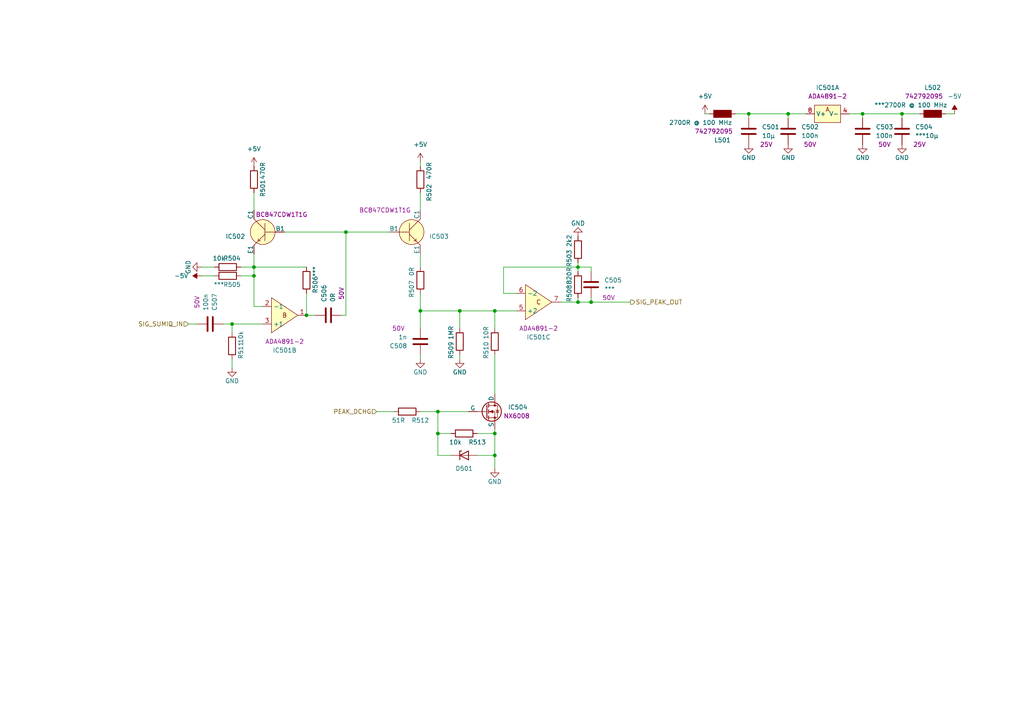
<source format=kicad_sch>
(kicad_sch (version 20231120) (generator "eeschema") (generator_version "8.0")
  (paper "A4")
  (title_block (rev "2") (company "BestSens AG"))
  (lib_symbols
    (symbol "ADA4891-2_1"
      (property "Reference" "IC" (at 0 10.16 0))
      (property "Part Number" "ADA4891-2" (at 0 7.62 0))
      (symbol "ADA4891-2_1_1_1"
        (rectangle (start -3.81 2.54) (end 3.81 -2.54) (fill (type background)))
        (text "A" (at 0 1.27 0) (effects (font (size 1.27 1.27))))
        (pin power_in line (at -6.35 0 0) (length 2.54) (name "V-") (number "4"))
        (pin power_in line (at 6.35 0 180) (length 2.54) (name "V+") (number "8"))
      )
      (symbol "ADA4891-2_1_2_1"
        (polyline (pts (xy -3.81 5.08) (xy -3.81 -5.08) (xy 3.81 0) (xy -3.81 5.08)) (fill (type background)))
        (text "B" (at 0 0 0) (effects (font (size 1.27 1.27))))
        (pin passive line (at 6.35 0 180) (length 2.54) (name "") (number "1"))
        (pin passive line (at -6.35 -2.54 0) (length 2.54) (name "-1") (number "2"))
        (pin passive line (at -6.35 2.54 0) (length 2.54) (name "+1") (number "3"))
      )
      (symbol "ADA4891-2_1_3_1"
        (polyline (pts (xy -3.81 5.08) (xy -3.81 -5.08) (xy 3.81 0) (xy -3.81 5.08)) (fill (type background)))
        (text "C" (at 0 0 0) (effects (font (size 1.27 1.27))))
        (pin input line (at -6.35 2.54 0) (length 2.54) (name "+2") (number "5"))
        (pin input line (at -6.35 -2.54 0) (length 2.54) (name "-2") (number "6"))
        (pin output line (at 6.35 0 180) (length 2.54) (name "") (number "7"))
      )
    )
    (symbol "ADA4891-2_2"
      (property "Reference" "IC" (at 0 10.16 0))
      (property "Part Number" "ADA4891-2" (at 0 7.62 0))
      (symbol "ADA4891-2_2_1_1"
        (rectangle (start -3.81 2.54) (end 3.81 -2.54) (fill (type background)))
        (text "A" (at 0 1.27 0) (effects (font (size 1.27 1.27))))
        (pin power_in line (at -6.35 0 0) (length 2.54) (name "V-") (number "4"))
        (pin power_in line (at 6.35 0 180) (length 2.54) (name "V+") (number "8"))
      )
      (symbol "ADA4891-2_2_2_1"
        (polyline (pts (xy -3.81 5.08) (xy -3.81 -5.08) (xy 3.81 0) (xy -3.81 5.08)) (fill (type background)))
        (text "B" (at 0 0 0) (effects (font (size 1.27 1.27))))
        (pin passive line (at 6.35 0 180) (length 2.54) (name "") (number "1"))
        (pin passive line (at -6.35 -2.54 0) (length 2.54) (name "-1") (number "2"))
        (pin passive line (at -6.35 2.54 0) (length 2.54) (name "+1") (number "3"))
      )
      (symbol "ADA4891-2_2_3_1"
        (polyline (pts (xy -3.81 5.08) (xy -3.81 -5.08) (xy 3.81 0) (xy -3.81 5.08)) (fill (type background)))
        (text "C" (at 0 0 0) (effects (font (size 1.27 1.27))))
        (pin input line (at -6.35 2.54 0) (length 2.54) (name "+2") (number "5"))
        (pin input line (at -6.35 -2.54 0) (length 2.54) (name "-2") (number "6"))
        (pin output line (at 6.35 0 180) (length 2.54) (name "") (number "7"))
      )
    )
    (symbol "BestParts_ICs:ADA4891-2"
      (property "Reference" "IC" (at 0 10.16 0))
      (property "Part Number" "ADA4891-2" (at 0 7.62 0))
      (symbol "ADA4891-2_1_1"
        (rectangle (start -3.81 2.54) (end 3.81 -2.54) (fill (type background)))
        (text "A" (at 0 1.27 0) (effects (font (size 1.27 1.27))))
        (pin power_in line (at -6.35 0 0) (length 2.54) (name "V-") (number "4"))
        (pin power_in line (at 6.35 0 180) (length 2.54) (name "V+") (number "8"))
      )
      (symbol "ADA4891-2_2_1"
        (polyline (pts (xy -3.81 5.08) (xy -3.81 -5.08) (xy 3.81 0) (xy -3.81 5.08)) (fill (type background)))
        (text "B" (at 0 0 0) (effects (font (size 1.27 1.27))))
        (pin passive line (at 6.35 0 180) (length 2.54) (name "") (number "1"))
        (pin passive line (at -6.35 -2.54 0) (length 2.54) (name "-1") (number "2"))
        (pin passive line (at -6.35 2.54 0) (length 2.54) (name "+1") (number "3"))
      )
      (symbol "ADA4891-2_3_1"
        (polyline (pts (xy -3.81 5.08) (xy -3.81 -5.08) (xy 3.81 0) (xy -3.81 5.08)) (fill (type background)))
        (text "C" (at 0 0 0) (effects (font (size 1.27 1.27))))
        (pin input line (at -6.35 2.54 0) (length 2.54) (name "+2") (number "5"))
        (pin input line (at -6.35 -2.54 0) (length 2.54) (name "-2") (number "6"))
        (pin output line (at 6.35 0 180) (length 2.54) (name "") (number "7"))
      )
    )
    (symbol "BestParts_ICs:BC847C-1" (pin_numbers hide) (pin_names (offset 0))
      (property "Reference" "IC" (at 0 15.24 0))
      (property "Part Number" "BC847CDW1T1G " (at 0 12.7 0))
      (symbol "BC847C-1_1_1"
        (polyline (pts (xy -1.905 0) (xy -3.81 0)))
        (polyline (pts (xy -0.635 -0.635) (xy 1.27 -2.54)))
        (polyline (pts (xy -0.635 0) (xy -1.905 0)))
        (polyline (pts (xy -0.635 0.635) (xy 1.27 2.54)))
        (polyline (pts (xy -0.635 2.54) (xy -0.635 -2.54)))
        (polyline (pts (xy 1.27 -2.54) (xy 0.635 -2.54)))
        (polyline (pts (xy 1.27 -2.54) (xy 1.27 -1.905)))
        (polyline (pts (xy 1.27 -2.54) (xy 2.54 -3.81)))
        (polyline (pts (xy 1.27 2.54) (xy 2.54 3.81)))
        (circle (center 0 0) (radius 3.5921) (fill (type background)))
        (pin passive line (at -6.35 0 0) (length 2.54) (name "B1") (number "1"))
        (pin passive line (at 2.54 -6.35 90) (length 2.54) (name "E1") (number "2"))
        (pin passive line (at 2.54 6.35 270) (length 2.54) (name "C1") (number "3"))
      )
    )
    (symbol "Device:C" (pin_numbers hide) (pin_names (offset 0.254))
      (property "Reference" "C" (at 0.635 2.54 0))
      (property "Value" "C" (at 0.635 -2.54 0))
      (symbol "C_0_1"
        (polyline (pts (xy -2.032 -0.762) (xy 2.032 -0.762)) (stroke (width 0.508)))
        (polyline (pts (xy -2.032 0.762) (xy 2.032 0.762)) (stroke (width 0.508)))
      )
      (symbol "C_1_1"
        (pin passive line (at 0 3.81 270) (length 2.794) (name "~") (number "1"))
        (pin passive line (at 0 -3.81 90) (length 2.794) (name "~") (number "2"))
      )
    )
    (symbol "Device:D_Zener" (pin_numbers hide) (pin_names (offset 1.016) hide)
      (property "Reference" "D" (at 0 2.54 0))
      (property "Value" "D_Zener" (at 0 -2.54 0))
      (symbol "D_Zener_0_1"
        (polyline (pts (xy 1.27 0) (xy -1.27 0)))
        (polyline (pts (xy -1.27 -1.27) (xy -1.27 1.27) (xy -0.762 1.27)) (stroke (width 0.254)))
        (polyline (pts (xy 1.27 -1.27) (xy 1.27 1.27) (xy -1.27 0) (xy 1.27 -1.27)) (stroke (width 0.254)))
      )
      (symbol "D_Zener_1_1"
        (pin passive line (at -3.81 0 0) (length 2.54) (name "K") (number "1"))
        (pin passive line (at 3.81 0 180) (length 2.54) (name "A") (number "2"))
      )
    )
    (symbol "Device:R" (pin_numbers hide) (pin_names (offset 0))
      (property "Reference" "R" (at 2.032 0 90))
      (property "Value" "R" (at 0 0 90))
      (symbol "R_0_1"
        (rectangle (start -1.016 -2.54) (end 1.016 2.54) (stroke (width 0.254)))
      )
      (symbol "R_1_1"
        (pin passive line (at 0 3.81 270) (length 1.27) (name "~") (number "1"))
        (pin passive line (at 0 -3.81 90) (length 1.27) (name "~") (number "2"))
      )
    )
    (symbol "Ferrit_1" (pin_numbers hide)
      (property "Reference" "L" (at 0 2.54 0))
      (symbol "Ferrit_1_1_1"
        (rectangle (start -2.54 1.016) (end 2.54 -1.016) (stroke (width 0.254)) (fill (type outline)))
        (pin passive line (at -3.81 0 0) (length 1.27) (name "") (number "1"))
        (pin passive line (at 3.81 0 180) (length 1.27) (name "") (number "2"))
      )
    )
    (symbol "Simulation_SPICE:NMOS" (pin_numbers hide) (pin_names (offset 0))
      (property "Reference" "IC1001" (at 6.35 1.27 0))
      (property "Part Number" "NX6008" (at 8.89 -1.27 0))
      (symbol "NMOS_0_1"
        (polyline (pts (xy 0.254 0) (xy -2.54 0)))
        (polyline (pts (xy 0.254 1.905) (xy 0.254 -1.905)) (stroke (width 0.254)))
        (polyline (pts (xy 0.762 -1.27) (xy 0.762 -2.286)) (stroke (width 0.254)))
        (polyline (pts (xy 0.762 0.508) (xy 0.762 -0.508)) (stroke (width 0.254)))
        (polyline (pts (xy 0.762 2.286) (xy 0.762 1.27)) (stroke (width 0.254)))
        (polyline (pts (xy 2.54 2.54) (xy 2.54 1.778)))
        (polyline (pts (xy 2.54 -2.54) (xy 2.54 0) (xy 0.762 0)))
        (polyline (pts (xy 0.762 -1.778) (xy 3.302 -1.778) (xy 3.302 1.778) (xy 0.762 1.778)))
        (polyline (pts (xy 1.016 0) (xy 2.032 0.381) (xy 2.032 -0.381) (xy 1.016 0)) (fill (type outline)))
        (polyline (pts (xy 2.794 0.508) (xy 2.921 0.381) (xy 3.683 0.381) (xy 3.81 0.254)))
        (polyline (pts (xy 3.302 0.381) (xy 2.921 -0.254) (xy 3.683 -0.254) (xy 3.302 0.381)))
        (circle (center 1.651 0) (radius 2.794) (stroke (width 0.254)))
        (circle (center 2.54 -1.778) (radius 0.254) (fill (type outline)))
        (circle (center 2.54 1.778) (radius 0.254) (fill (type outline)))
      )
      (symbol "NMOS_1_1"
        (pin input line (at -5.08 0 0) (length 2.54) (name "G") (number "1"))
        (pin passive line (at 2.54 -5.08 90) (length 2.54) (name "S") (number "2"))
        (pin passive line (at 2.54 5.08 270) (length 2.54) (name "D") (number "3"))
      )
    )
    (symbol "power:+5V" (power) (pin_names (offset 0))
      (property "Value" "+5V" (at 0 3.556 0))
      (symbol "+5V_0_1"
        (polyline (pts (xy -0.762 1.27) (xy 0 2.54)))
        (polyline (pts (xy 0 0) (xy 0 2.54)))
        (polyline (pts (xy 0 2.54) (xy 0.762 1.27)))
      )
      (symbol "+5V_1_1"
        (pin power_in line (at 0 0 90) (length 0) hide (name "+5V") (number "1"))
      )
    )
    (symbol "power:-5V" (power) (pin_names (offset 0))
      (property "Value" "-5V" (at 0 3.81 0))
      (symbol "-5V_0_0"
        (pin power_in line (at 0 0 90) (length 0) hide (name "-5V") (number "1"))
      )
      (symbol "-5V_0_1"
        (polyline (pts (xy 0 0) (xy 0 1.27) (xy 0.762 1.27) (xy 0 2.54) (xy -0.762 1.27) (xy 0 1.27)) (fill (type outline)))
      )
    )
    (symbol "power:GND" (power) (pin_names (offset 0))
      (property "Value" "GND" (at 0 -3.81 0))
      (symbol "GND_0_1"
        (polyline (pts (xy 0 0) (xy 0 -1.27) (xy 1.27 -1.27) (xy 0 -2.54) (xy -1.27 -1.27) (xy 0 -1.27)))
      )
      (symbol "GND_1_1"
        (pin power_in line (at 0 0 270) (length 0) hide (name "GND") (number "1"))
      )
    )
  )
  (junction (at 121.92 90.17))
  (junction (at 217.17 33.02))
  (junction (at 127 125.73))
  (junction (at 261.62 33.02))
  (junction (at 73.66 77.47))
  (junction (at 73.66 80.01))
  (junction (at 167.64 87.63))
  (junction (at 127 119.38))
  (junction (at 171.45 87.63))
  (junction (at 67.31 93.98))
  (junction (at 250.19 33.02))
  (junction (at 88.9 91.44))
  (junction (at 228.6 33.02))
  (junction (at 167.64 77.47))
  (junction (at 143.51 125.73))
  (junction (at 143.51 132.08))
  (junction (at 133.35 90.17))
  (junction (at 143.51 90.17))
  (junction (at 100.33 67.31))
  (wire (pts (xy 250.19 33.02) (xy 261.62 33.02)))
  (wire (pts (xy 69.85 80.01) (xy 73.66 80.01)))
  (wire (pts (xy 143.51 132.08) (xy 143.51 135.89)))
  (wire (pts (xy 127 119.38) (xy 127 125.73)))
  (wire (pts (xy 100.33 67.31) (xy 113.03 67.31)))
  (wire (pts (xy 171.45 86.36) (xy 171.45 87.63)))
  (wire (pts (xy 67.31 104.14) (xy 67.31 106.68)))
  (wire (pts (xy 133.35 102.87) (xy 133.35 104.14)))
  (wire (pts (xy 73.66 55.88) (xy 73.66 60.96)))
  (wire (pts (xy 276.86 33.02) (xy 274.32 33.02)))
  (wire (pts (xy 167.64 86.36) (xy 167.64 87.63)))
  (wire (pts (xy 133.35 90.17) (xy 133.35 95.25)))
  (wire (pts (xy 143.51 102.87) (xy 143.51 114.3)))
  (wire (pts (xy 88.9 91.44) (xy 91.44 91.44)))
  (wire (pts (xy 100.33 67.31) (xy 100.33 91.44)))
  (wire (pts (xy 143.51 90.17) (xy 143.51 95.25)))
  (wire (pts (xy 121.92 73.66) (xy 121.92 77.47)))
  (wire (pts (xy 162.56 87.63) (xy 167.64 87.63)))
  (wire (pts (xy 167.64 76.2) (xy 167.64 77.47)))
  (wire (pts (xy 73.66 80.01) (xy 73.66 88.9)))
  (wire (pts (xy 127 125.73) (xy 130.81 125.73)))
  (wire (pts (xy 121.92 90.17) (xy 133.35 90.17)))
  (wire (pts (xy 228.6 33.02) (xy 228.6 34.29)))
  (wire (pts (xy 99.06 91.44) (xy 100.33 91.44)))
  (wire (pts (xy 171.45 87.63) (xy 182.88 87.63)))
  (wire (pts (xy 64.77 93.98) (xy 67.31 93.98)))
  (wire (pts (xy 213.36 33.02) (xy 217.17 33.02)))
  (wire (pts (xy 58.42 80.01) (xy 62.23 80.01)))
  (wire (pts (xy 250.19 33.02) (xy 250.19 34.29)))
  (wire (pts (xy 138.43 125.73) (xy 143.51 125.73)))
  (wire (pts (xy 73.66 77.47) (xy 88.9 77.47)))
  (wire (pts (xy 73.66 77.47) (xy 73.66 80.01)))
  (wire (pts (xy 138.43 132.08) (xy 143.51 132.08)))
  (wire (pts (xy 73.66 73.66) (xy 73.66 77.47)))
  (wire (pts (xy 82.55 67.31) (xy 100.33 67.31)))
  (wire (pts (xy 54.61 93.98) (xy 57.15 93.98)))
  (wire (pts (xy 88.9 85.09) (xy 88.9 91.44)))
  (wire (pts (xy 127 132.08) (xy 130.81 132.08)))
  (wire (pts (xy 121.92 90.17) (xy 121.92 95.25)))
  (wire (pts (xy 266.7 33.02) (xy 261.62 33.02)))
  (wire (pts (xy 171.45 77.47) (xy 171.45 78.74)))
  (wire (pts (xy 58.42 77.47) (xy 62.23 77.47)))
  (wire (pts (xy 127 125.73) (xy 127 132.08)))
  (wire (pts (xy 204.47 33.02) (xy 205.74 33.02)))
  (wire (pts (xy 121.92 102.87) (xy 121.92 104.14)))
  (wire (pts (xy 217.17 33.02) (xy 228.6 33.02)))
  (wire (pts (xy 228.6 33.02) (xy 233.68 33.02)))
  (wire (pts (xy 146.05 77.47) (xy 146.05 85.09)))
  (wire (pts (xy 109.22 119.38) (xy 114.3 119.38)))
  (wire (pts (xy 167.64 77.47) (xy 171.45 77.47)))
  (wire (pts (xy 146.05 85.09) (xy 149.86 85.09)))
  (wire (pts (xy 121.92 119.38) (xy 127 119.38)))
  (wire (pts (xy 217.17 33.02) (xy 217.17 34.29)))
  (wire (pts (xy 246.38 33.02) (xy 250.19 33.02)))
  (wire (pts (xy 127 119.38) (xy 135.89 119.38)))
  (wire (pts (xy 69.85 77.47) (xy 73.66 77.47)))
  (wire (pts (xy 67.31 93.98) (xy 76.2 93.98)))
  (wire (pts (xy 121.92 85.09) (xy 121.92 90.17)))
  (wire (pts (xy 167.64 77.47) (xy 167.64 78.74)))
  (wire (pts (xy 121.92 48.26) (xy 121.92 46.99)))
  (wire (pts (xy 143.51 124.46) (xy 143.51 125.73)))
  (wire (pts (xy 133.35 90.17) (xy 143.51 90.17)))
  (wire (pts (xy 261.62 33.02) (xy 261.62 34.29)))
  (wire (pts (xy 146.05 77.47) (xy 167.64 77.47)))
  (wire (pts (xy 167.64 87.63) (xy 171.45 87.63)))
  (wire (pts (xy 121.92 55.88) (xy 121.92 60.96)))
  (wire (pts (xy 143.51 125.73) (xy 143.51 132.08)))
  (wire (pts (xy 143.51 90.17) (xy 149.86 90.17)))
  (wire (pts (xy 67.31 93.98) (xy 67.31 96.52)))
  (wire (pts (xy 73.66 88.9) (xy 76.2 88.9)))
  (hierarchical_label "SIG_PEAK_OUT" (shape output) (at 182.88 87.63 0))
  (hierarchical_label "SIG_SUMIQ_IN" (shape input) (at 54.61 93.98 180))
  (hierarchical_label "PEAK_DCHG" (shape input) (at 109.22 119.38 180))
  (symbol (lib_id "Device:C") (at 171.45 82.55 0) (unit 1)
    (property "Reference" "C505" (at 175.26 81.28 0) (effects (justify left)))
    (property "Value" "***" (at 175.26 83.82 0) (effects (justify left)))
    (property "Footprint" "BestParts_Caps:C_0603" (effects (hide yes)))
    (property "Voltage" "50V" (at 176.53 86.36 0))
  )
  (symbol (lib_id "Device:R") (at 73.66 52.07 0) (mirror x) (unit 1)
    (property "Reference" "R501" (at 76.2 54.61 90))
    (property "Value" "470R" (at 76.2 49.53 90))
    (property "Footprint" "BestParts_Resistors:R_0603" (effects (hide yes)))
    (property "Part Number" "Generic" (effects (hide yes)))
  )
  (symbol (lib_id "power:GND") (at 143.51 135.89 0) (unit 1)
    (property "Reference" "#PWR0515" (effects (hide yes)))
    (property "Value" "GND" (at 143.51 139.7 0))
  )
  (symbol (lib_id "Device:R") (at 121.92 81.28 180) (unit 1)
    (property "Reference" "R507" (at 119.38 83.82 90))
    (property "Value" "0R" (at 119.38 78.74 90))
    (property "Footprint" "BestParts_Resistors:R_0603" (effects (hide yes)))
    (property "Part Number" "Generic" (effects (hide yes)))
  )
  (symbol (lib_id "Device:C") (at 217.17 38.1 0) (unit 1)
    (property "Reference" "C501" (at 220.98 36.83 0) (effects (justify left)))
    (property "Value" "10µ" (at 220.98 39.37 0) (effects (justify left)))
    (property "Footprint" "BestParts_Caps:C_0603" (effects (hide yes)))
    (property "Voltage" "25V" (at 222.25 41.91 0))
  )
  (symbol (lib_id "BestParts_ICs:BC847C-1") (at 119.38 67.31 0) (unit 1)
    (property "Reference" "IC503" (at 124.46 68.58 0) (effects (justify left)))
    (property "Value" "*" (effects (hide yes)))
    (property "Footprint" "BestParts_ICs:BC847C-1 - SC-70-3" (effects (hide yes)))
    (property "Datasheet" "https://www.mouser.de/datasheet/2/308/1/BC846BDW1T1_D-2310328.pdf" (effects (hide yes)))
    (property "Part Number" "BC847CDW1T1G " (at 104.14 60.96 0) (effects (justify left)))
  )
  (symbol (lib_id "Device:C") (at 121.92 99.06 180) (unit 1)
    (property "Reference" "C508" (at 118.11 100.33 0) (effects (justify left)))
    (property "Value" "1n" (at 118.11 97.79 0) (effects (justify left)))
    (property "Footprint" "BestParts_Caps:C_0603" (effects (hide yes)))
    (property "Voltage" "50V" (at 115.57 95.25 0))
  )
  (symbol (lib_id "power:GND") (at 67.31 106.68 0) (unit 1)
    (property "Reference" "#PWR0514" (effects (hide yes)))
    (property "Value" "GND" (at 67.31 110.49 0))
  )
  (symbol (lib_name "ADA4891-2_2") (lib_id "BestParts_ICs:ADA4891-2") (at 156.21 87.63 0) (mirror x) (unit 3)
    (property "Reference" "IC501" (at 156.21 97.79 0))
    (property "Value" "*" (effects (hide yes)))
    (property "Footprint" "BestParts_ICs:ADA4891-2 - SOIC-8" (effects (hide yes)))
    (property "Part Number" "ADA4891-2" (at 156.21 95.25 0))
    (property "Manufacturer" "Analog Devices" (effects (hide yes)))
  )
  (symbol (lib_id "power:GND") (at 217.17 41.91 0) (unit 1)
    (property "Reference" "#PWR0503" (effects (hide yes)))
    (property "Value" "GND" (at 217.17 45.72 0))
  )
  (symbol (lib_id "Device:C") (at 261.62 38.1 0) (unit 1)
    (property "Reference" "C504" (at 265.43 36.83 0) (effects (justify left)))
    (property "Value" "***10µ" (at 265.43 39.37 0) (effects (justify left)))
    (property "Footprint" "BestParts_Caps:C_0603" (effects (hide yes)))
    (property "Voltage" "25V" (at 266.7 41.91 0))
  )
  (symbol (lib_id "Device:R") (at 66.04 80.01 270) (unit 1)
    (property "Reference" "R505" (at 67.31 82.55 90))
    (property "Value" "***" (at 63.5 82.55 90))
    (property "Footprint" "BestParts_Resistors:R_0603" (effects (hide yes)))
    (property "Part Number" "Generic" (effects (hide yes)))
  )
  (symbol (lib_id "Device:R") (at 118.11 119.38 270) (unit 1)
    (property "Reference" "R512" (at 121.92 121.92 90))
    (property "Value" "51R" (at 115.57 121.92 90))
    (property "Footprint" "BestParts_Resistors:R_0603" (effects (hide yes)))
    (property "Part Number" "Generic" (effects (hide yes)))
  )
  (symbol (lib_id "power:GND") (at 250.19 41.91 0) (unit 1)
    (property "Reference" "#PWR0505" (effects (hide yes)))
    (property "Value" "GND" (at 250.19 45.72 0))
  )
  (symbol (lib_name "ADA4891-2_1") (lib_id "BestParts_ICs:ADA4891-2") (at 82.55 91.44 0) (mirror x) (unit 2)
    (property "Reference" "IC501" (at 82.55 101.6 0))
    (property "Value" "*" (effects (hide yes)))
    (property "Footprint" "BestParts_ICs:ADA4891-2 - SOIC-8" (effects (hide yes)))
    (property "Part Number" "ADA4891-2" (at 82.55 99.06 0))
    (property "Manufacturer" "Analog Devices" (effects (hide yes)))
  )
  (symbol (lib_id "Device:R") (at 134.62 125.73 270) (unit 1)
    (property "Reference" "R513" (at 138.43 128.27 90))
    (property "Value" "10k" (at 132.08 128.27 90))
    (property "Footprint" "BestParts_Resistors:R_0603" (effects (hide yes)))
    (property "Part Number" "Generic" (effects (hide yes)))
  )
  (symbol (lib_id "power:+5V") (at 121.92 46.99 0) (unit 1)
    (property "Reference" "#PWR0507" (effects (hide yes)))
    (property "Value" "+5V" (at 121.92 41.91 0))
  )
  (symbol (lib_id "power:GND") (at 58.42 77.47 270) (unit 1)
    (property "Reference" "#PWR0510" (effects (hide yes)))
    (property "Value" "GND" (at 54.61 77.47 0))
  )
  (symbol (lib_id "BestParts_ICs:BC847C-1") (at 76.2 67.31 0) (mirror y) (unit 1)
    (property "Reference" "IC502" (at 71.12 68.58 0) (effects (justify left)))
    (property "Value" "*" (effects (hide yes)))
    (property "Footprint" "BestParts_ICs:BC847C-1 - SC-70-3" (effects (hide yes)))
    (property "Datasheet" "https://www.mouser.de/datasheet/2/308/1/BC846BDW1T1_D-2310328.pdf" (effects (hide yes)))
    (property "Part Number" "BC847CDW1T1G " (at 90.17 62.23 0) (effects (justify left)))
  )
  (symbol (lib_id "Device:D_Zener") (at 134.62 132.08 0) (unit 1)
    (property "Reference" "D501" (at 134.62 135.89 0))
    (property "Value" "*" (effects (hide yes)))
    (property "Footprint" "BestParts_Diodes:D_SOD-323" (effects (hide yes)))
  )
  (symbol (lib_name "Ferrit_1") (lib_id "BestParts_Inductors:Ferrit") (at 209.55 33.02 180) (unit 1)
    (property "Reference" "L501" (at 209.55 40.64 0))
    (property "Value" "2700R @ 100 MHz" (at 203.2 35.56 0))
    (property "Footprint" "BestParts_Resistors:R_0805" (effects (hide yes)))
    (property "Part Number" "742792095" (at 207.01 38.1 0))
  )
  (symbol (lib_id "Simulation_SPICE:NMOS") (at 140.97 119.38 0) (unit 1)
    (property "Reference" "IC504" (at 147.32 118.11 0) (effects (justify left)))
    (property "Footprint" "BestParts_ICs:NX6008 - SOT-23-3" (effects (hide yes)))
    (property "Part Number" "NX6008" (at 149.86 120.65 0))
  )
  (symbol (lib_id "Device:C") (at 250.19 38.1 0) (unit 1)
    (property "Reference" "C503" (at 254 36.83 0) (effects (justify left)))
    (property "Value" "100n" (at 254 39.37 0) (effects (justify left)))
    (property "Footprint" "BestParts_Caps:C_0603" (effects (hide yes)))
    (property "Voltage" "50V" (at 256.54 41.91 0))
  )
  (symbol (lib_id "Device:R") (at 121.92 52.07 0) (mirror x) (unit 1)
    (property "Reference" "R502" (at 124.46 55.88 90))
    (property "Value" "470R" (at 124.46 49.53 90))
    (property "Footprint" "BestParts_Resistors:R_0603" (effects (hide yes)))
    (property "Part Number" "Generic" (effects (hide yes)))
  )
  (symbol (lib_id "power:-5V") (at 276.86 33.02 0) (unit 1)
    (property "Reference" "#PWR0502" (effects (hide yes)))
    (property "Value" "-5V" (at 276.86 27.94 0))
  )
  (symbol (lib_id "Device:R") (at 66.04 77.47 270) (mirror x) (unit 1)
    (property "Reference" "R504" (at 67.31 74.93 90))
    (property "Value" "10k" (at 63.5 74.93 90))
    (property "Footprint" "BestParts_Resistors:R_0603" (effects (hide yes)))
    (property "Part Number" "Generic" (effects (hide yes)))
  )
  (symbol (lib_id "power:GND") (at 167.64 68.58 180) (unit 1)
    (property "Reference" "#PWR0509" (effects (hide yes)))
    (property "Value" "GND" (at 167.64 64.77 0))
  )
  (symbol (lib_name "Ferrit_1") (lib_id "BestParts_Inductors:Ferrit") (at 270.51 33.02 0) (mirror y) (unit 1)
    (property "Reference" "L502" (at 270.51 25.4 0))
    (property "Value" "***2700R @ 100 MHz" (at 264.16 30.48 0))
    (property "Footprint" "BestParts_Resistors:R_0805" (effects (hide yes)))
    (property "Part Number" "742792095" (at 267.97 27.94 0))
  )
  (symbol (lib_id "Device:R") (at 88.9 81.28 0) (mirror x) (unit 1)
    (property "Reference" "R506" (at 91.44 82.55 90))
    (property "Value" "***" (at 91.44 78.74 90))
    (property "Footprint" "BestParts_Resistors:R_0603" (effects (hide yes)))
    (property "Part Number" "Generic" (effects (hide yes)))
  )
  (symbol (lib_id "Device:R") (at 143.51 99.06 180) (unit 1)
    (property "Reference" "R510" (at 140.97 101.6 90))
    (property "Value" "10R" (at 140.97 96.52 90))
    (property "Footprint" "BestParts_Resistors:R_0603" (effects (hide yes)))
    (property "Part Number" "Generic" (effects (hide yes)))
  )
  (symbol (lib_id "power:+5V") (at 204.47 33.02 0) (unit 1)
    (property "Reference" "#PWR0501" (effects (hide yes)))
    (property "Value" "+5V" (at 204.47 27.94 0))
  )
  (symbol (lib_id "power:+5V") (at 73.66 48.26 0) (unit 1)
    (property "Reference" "#PWR0508" (effects (hide yes)))
    (property "Value" "+5V" (at 73.66 43.18 0))
  )
  (symbol (lib_id "Device:R") (at 133.35 99.06 180) (unit 1)
    (property "Reference" "R509" (at 130.81 101.6 90))
    (property "Value" "1MR" (at 130.81 96.52 90))
    (property "Footprint" "BestParts_Resistors:R_0603" (effects (hide yes)))
    (property "Part Number" "Generic" (effects (hide yes)))
  )
  (symbol (lib_id "Device:R") (at 67.31 100.33 0) (mirror x) (unit 1)
    (property "Reference" "R511" (at 69.85 101.6 90))
    (property "Value" "10k" (at 69.85 97.79 90))
    (property "Footprint" "BestParts_Resistors:R_0603" (effects (hide yes)))
    (property "Part Number" "Generic" (effects (hide yes)))
  )
  (symbol (lib_id "power:GND") (at 133.35 104.14 0) (unit 1)
    (property "Reference" "#PWR0513" (effects (hide yes)))
    (property "Value" "GND" (at 133.35 107.95 0))
  )
  (symbol (lib_id "Device:R") (at 167.64 82.55 180) (unit 1)
    (property "Reference" "R508" (at 165.1 85.09 90))
    (property "Value" "820R" (at 165.1 80.01 90))
    (property "Footprint" "BestParts_Resistors:R_0603" (effects (hide yes)))
    (property "Part Number" "Generic" (effects (hide yes)))
  )
  (symbol (lib_id "power:GND") (at 121.92 104.14 0) (unit 1)
    (property "Reference" "#PWR0512" (effects (hide yes)))
    (property "Value" "GND" (at 121.92 107.95 0))
  )
  (symbol (lib_id "Device:C") (at 228.6 38.1 0) (unit 1)
    (property "Reference" "C502" (at 232.41 36.83 0) (effects (justify left)))
    (property "Value" "100n" (at 232.41 39.37 0) (effects (justify left)))
    (property "Footprint" "BestParts_Caps:C_0603" (effects (hide yes)))
    (property "Voltage" "50V" (at 234.95 41.91 0))
  )
  (symbol (lib_id "Device:C") (at 95.25 91.44 90) (unit 1)
    (property "Reference" "C506" (at 93.98 87.63 0) (effects (justify left)))
    (property "Value" "0R" (at 96.52 87.63 0) (effects (justify left)))
    (property "Footprint" "BestParts_Caps:C_0603" (effects (hide yes)))
    (property "Voltage" "50V" (at 99.06 85.09 0))
  )
  (symbol (lib_id "BestParts_ICs:ADA4891-2") (at 240.03 33.02 0) (mirror y) (unit 1)
    (property "Reference" "IC501" (at 240.03 25.4 0))
    (property "Value" "*" (effects (hide yes)))
    (property "Footprint" "BestParts_ICs:ADA4891-2 - SOIC-8" (effects (hide yes)))
    (property "Part Number" "ADA4891-2" (at 240.03 27.94 0))
    (property "Manufacturer" "Analog Devices" (effects (hide yes)))
  )
  (symbol (lib_id "Device:R") (at 167.64 72.39 180) (unit 1)
    (property "Reference" "R503" (at 165.1 74.93 90))
    (property "Value" "2k2" (at 165.1 69.85 90))
    (property "Footprint" "BestParts_Resistors:R_0603" (effects (hide yes)))
    (property "Part Number" "Generic" (effects (hide yes)))
  )
  (symbol (lib_id "power:GND") (at 228.6 41.91 0) (unit 1)
    (property "Reference" "#PWR0504" (effects (hide yes)))
    (property "Value" "GND" (at 228.6 45.72 0))
  )
  (symbol (lib_id "power:GND") (at 261.62 41.91 0) (unit 1)
    (property "Reference" "#PWR0506" (effects (hide yes)))
    (property "Value" "GND" (at 261.62 45.72 0))
  )
  (symbol (lib_id "Device:C") (at 60.96 93.98 270) (mirror x) (unit 1)
    (property "Reference" "C507" (at 62.23 90.17 0) (effects (justify left)))
    (property "Value" "100n" (at 59.69 90.17 0) (effects (justify left)))
    (property "Footprint" "BestParts_Caps:C_0603" (effects (hide yes)))
    (property "Voltage" "50V" (at 57.15 87.63 0))
  )
  (symbol (lib_id "power:-5V") (at 58.42 80.01 90) (unit 1)
    (property "Reference" "#PWR0511" (effects (hide yes)))
    (property "Value" "-5V" (at 54.61 80.01 90) (effects (justify left)))
  )
)
</source>
